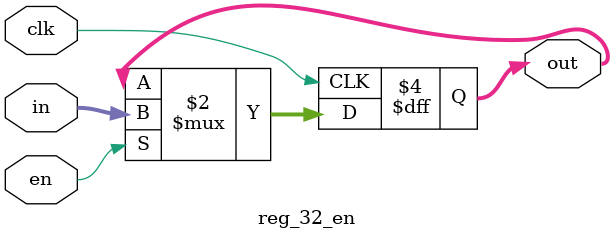
<source format=v>
`ifndef REG_V
`define REG_V
module dff_en(
    input d,
    input en,
    input clk,
    output reg q
);
always @ (posedge clk)begin
    if(en)q <= d;
end
endmodule

module dff_en_rst(
    input d,
    input en,
    input rst,
    input clk,
    output reg q
);
always @ (posedge clk)begin
    if(rst) q <= 0;
    else if(en)q <= d;
end
endmodule

module reg_8(
    input [7:0] in,
    input clk,
    output reg [7:0]out);
always @ (posedge clk) begin
    out <= in;
end
endmodule

module reg_8_en(
    input [7:0] in,
    input clk,
    input en,
    output reg [7:0]out);
always @ (posedge clk) begin
    if(en) out <= in;
end
endmodule


module reg_16_en(
    input [15:0]in,
    input clk,
    input en,
    output reg [15:0]out);
always @(posedge clk)begin
    if(en == 1'b1)  out <= in;
end
endmodule

module reg_32_en(
    input [31:0]in,
    input clk,
    input en,
    output reg [31:0]out);
always @(posedge clk)begin
    if(en) out <= in;
end
endmodule
`endif

</source>
